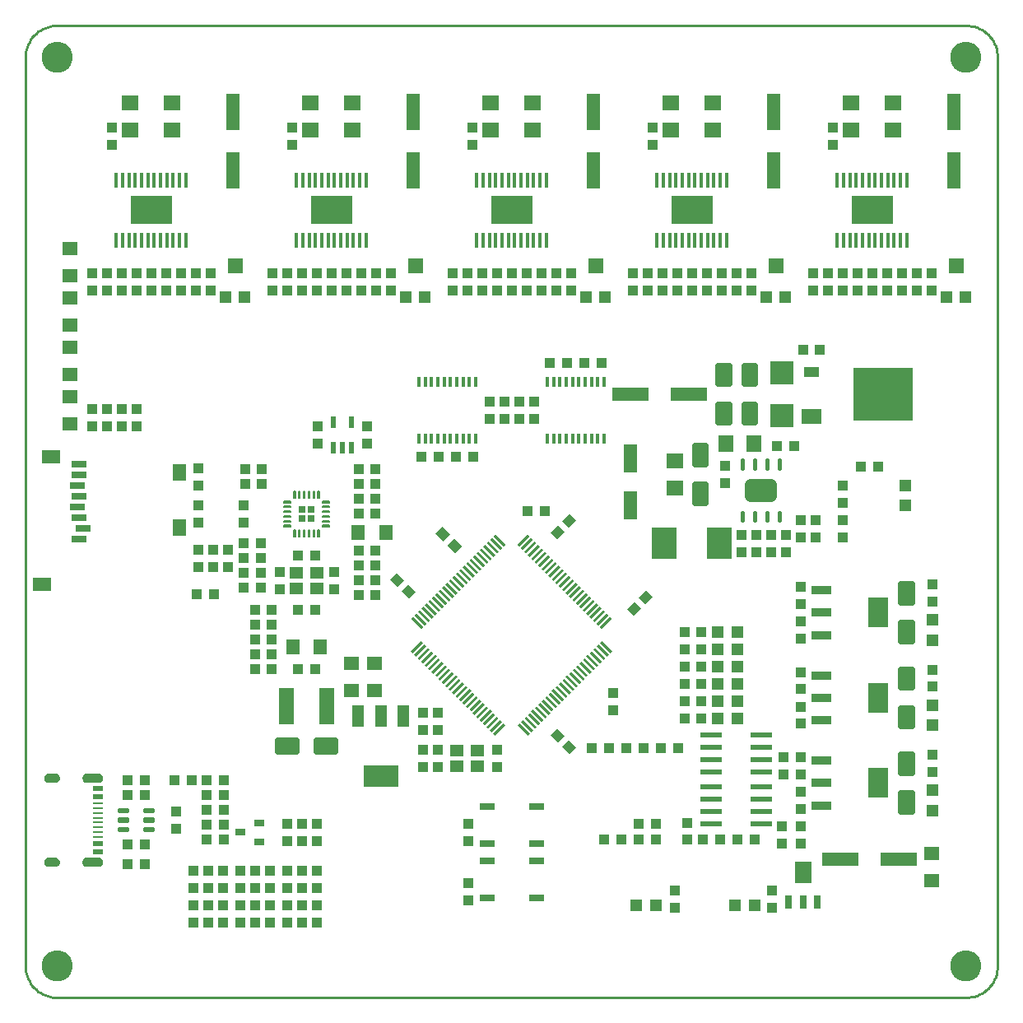
<source format=gbr>
G04 EAGLE Gerber RS-274X export*
G75*
%MOMM*%
%FSLAX34Y34*%
%LPD*%
%INGPT*%
%IPPOS*%
%AMOC8*
5,1,8,0,0,1.08239X$1,22.5*%
G01*
%ADD10R,2.095500X1.524000*%
%ADD11R,0.270000X1.500000*%
%ADD12R,1.500000X0.270000*%
%ADD13R,1.400000X1.200000*%
%ADD14R,1.000000X1.100000*%
%ADD15R,1.100000X1.000000*%
%ADD16R,1.600000X1.400000*%
%ADD17R,1.524000X0.762000*%
%ADD18R,1.200000X1.200000*%
%ADD19R,0.426000X1.650000*%
%ADD20R,4.320000X3.000000*%
%ADD21R,1.800000X1.600000*%
%ADD22R,0.304800X0.990600*%
%ADD23C,0.140000*%
%ADD24R,0.650000X0.650000*%
%ADD25R,1.400000X1.600000*%
%ADD26R,0.550000X1.200000*%
%ADD27R,1.219200X2.235200*%
%ADD28R,3.600000X2.200000*%
%ADD29R,3.800000X1.400000*%
%ADD30R,2.150000X0.950000*%
%ADD31R,2.150000X3.150000*%
%ADD32C,0.510000*%
%ADD33R,1.400000X3.800000*%
%ADD34R,1.400000X1.800000*%
%ADD35R,1.900000X1.400000*%
%ADD36R,1.500000X0.800000*%
%ADD37R,2.200000X0.600000*%
%ADD38R,0.800000X1.400000*%
%ADD39R,1.800000X2.200000*%
%ADD40R,6.200000X5.400000*%
%ADD41R,1.600000X1.000000*%
%ADD42R,2.400000X2.400000*%
%ADD43R,1.400000X3.000000*%
%ADD44R,1.000000X0.280000*%
%ADD45R,1.000000X0.560000*%
%ADD46C,0.363000*%
%ADD47R,1.016000X0.635000*%
%ADD48R,1.600000X1.500000*%
%ADD49R,1.500000X3.700000*%
%ADD50R,1.600000X1.800000*%
%ADD51C,0.250000*%
%ADD52C,1.200000*%
%ADD53R,2.500000X3.200000*%
%ADD54C,0.254000*%

G36*
X470073Y454133D02*
X470073Y454133D01*
X470103Y454141D01*
X470203Y454156D01*
X472769Y454844D01*
X472798Y454857D01*
X472894Y454889D01*
X475302Y456012D01*
X475328Y456030D01*
X475417Y456078D01*
X477593Y457602D01*
X477615Y457624D01*
X477694Y457687D01*
X479573Y459566D01*
X479591Y459591D01*
X479658Y459667D01*
X481182Y461843D01*
X481182Y461844D01*
X481186Y461851D01*
X481195Y461872D01*
X481248Y461958D01*
X482371Y464366D01*
X482379Y464396D01*
X482416Y464491D01*
X483104Y467057D01*
X483107Y467088D01*
X483127Y467187D01*
X483358Y469834D01*
X483356Y469865D01*
X483357Y469907D01*
X483359Y469924D01*
X483358Y469931D01*
X483358Y469966D01*
X483127Y472613D01*
X483119Y472643D01*
X483104Y472743D01*
X482416Y475309D01*
X482403Y475338D01*
X482371Y475434D01*
X481248Y477842D01*
X481230Y477868D01*
X481182Y477957D01*
X479658Y480133D01*
X479636Y480155D01*
X479573Y480234D01*
X477694Y482113D01*
X477669Y482131D01*
X477593Y482198D01*
X475417Y483722D01*
X475388Y483735D01*
X475302Y483788D01*
X472894Y484911D01*
X472864Y484919D01*
X472769Y484956D01*
X470203Y485644D01*
X470172Y485647D01*
X470073Y485667D01*
X467426Y485898D01*
X467395Y485896D01*
X467294Y485898D01*
X464647Y485667D01*
X464617Y485659D01*
X464517Y485644D01*
X461951Y484956D01*
X461922Y484943D01*
X461826Y484911D01*
X459418Y483788D01*
X459392Y483770D01*
X459303Y483722D01*
X457127Y482198D01*
X457105Y482176D01*
X457026Y482113D01*
X455147Y480234D01*
X455129Y480209D01*
X455062Y480133D01*
X453538Y477957D01*
X453525Y477929D01*
X453522Y477926D01*
X453518Y477918D01*
X453472Y477842D01*
X452349Y475434D01*
X452341Y475404D01*
X452304Y475309D01*
X451616Y472743D01*
X451613Y472712D01*
X451593Y472613D01*
X451362Y469966D01*
X451364Y469935D01*
X451362Y469855D01*
X451361Y469846D01*
X451362Y469842D01*
X451362Y469834D01*
X451593Y467187D01*
X451601Y467157D01*
X451616Y467057D01*
X452304Y464491D01*
X452317Y464462D01*
X452349Y464366D01*
X453472Y461958D01*
X453490Y461932D01*
X453538Y461843D01*
X455062Y459667D01*
X455084Y459645D01*
X455147Y459566D01*
X457026Y457687D01*
X457051Y457669D01*
X457127Y457602D01*
X459303Y456078D01*
X459332Y456065D01*
X459418Y456012D01*
X461826Y454889D01*
X461856Y454881D01*
X461951Y454844D01*
X464517Y454156D01*
X464548Y454153D01*
X464647Y454133D01*
X467294Y453902D01*
X467325Y453904D01*
X467426Y453902D01*
X470073Y454133D01*
G37*
G36*
X-464647Y454133D02*
X-464647Y454133D01*
X-464617Y454141D01*
X-464517Y454156D01*
X-461951Y454844D01*
X-461922Y454857D01*
X-461826Y454889D01*
X-459418Y456012D01*
X-459392Y456030D01*
X-459303Y456078D01*
X-457127Y457602D01*
X-457105Y457624D01*
X-457026Y457687D01*
X-455147Y459566D01*
X-455129Y459591D01*
X-455062Y459667D01*
X-453538Y461843D01*
X-453538Y461844D01*
X-453534Y461851D01*
X-453525Y461872D01*
X-453472Y461958D01*
X-452349Y464366D01*
X-452341Y464396D01*
X-452304Y464491D01*
X-451616Y467057D01*
X-451613Y467088D01*
X-451593Y467187D01*
X-451362Y469834D01*
X-451364Y469865D01*
X-451363Y469907D01*
X-451361Y469924D01*
X-451362Y469931D01*
X-451362Y469966D01*
X-451593Y472613D01*
X-451601Y472643D01*
X-451616Y472743D01*
X-452304Y475309D01*
X-452317Y475338D01*
X-452349Y475434D01*
X-453472Y477842D01*
X-453490Y477868D01*
X-453538Y477957D01*
X-455062Y480133D01*
X-455084Y480155D01*
X-455147Y480234D01*
X-457026Y482113D01*
X-457051Y482131D01*
X-457127Y482198D01*
X-459303Y483722D01*
X-459332Y483735D01*
X-459418Y483788D01*
X-461826Y484911D01*
X-461856Y484919D01*
X-461951Y484956D01*
X-464517Y485644D01*
X-464548Y485647D01*
X-464647Y485667D01*
X-467294Y485898D01*
X-467325Y485896D01*
X-467426Y485898D01*
X-470073Y485667D01*
X-470103Y485659D01*
X-470203Y485644D01*
X-472769Y484956D01*
X-472798Y484943D01*
X-472894Y484911D01*
X-475302Y483788D01*
X-475328Y483770D01*
X-475417Y483722D01*
X-477593Y482198D01*
X-477615Y482176D01*
X-477694Y482113D01*
X-479573Y480234D01*
X-479591Y480209D01*
X-479658Y480133D01*
X-481182Y477957D01*
X-481195Y477929D01*
X-481198Y477926D01*
X-481202Y477918D01*
X-481248Y477842D01*
X-482371Y475434D01*
X-482379Y475404D01*
X-482416Y475309D01*
X-483104Y472743D01*
X-483107Y472712D01*
X-483127Y472613D01*
X-483358Y469966D01*
X-483356Y469935D01*
X-483358Y469855D01*
X-483359Y469846D01*
X-483358Y469842D01*
X-483358Y469834D01*
X-483127Y467187D01*
X-483119Y467157D01*
X-483104Y467057D01*
X-482416Y464491D01*
X-482403Y464462D01*
X-482371Y464366D01*
X-481248Y461958D01*
X-481230Y461932D01*
X-481182Y461843D01*
X-479658Y459667D01*
X-479636Y459645D01*
X-479573Y459566D01*
X-477694Y457687D01*
X-477669Y457669D01*
X-477593Y457602D01*
X-475417Y456078D01*
X-475388Y456065D01*
X-475302Y456012D01*
X-472894Y454889D01*
X-472864Y454881D01*
X-472769Y454844D01*
X-470203Y454156D01*
X-470172Y454153D01*
X-470073Y454133D01*
X-467426Y453902D01*
X-467395Y453904D01*
X-467294Y453902D01*
X-464647Y454133D01*
G37*
G36*
X-464647Y-480587D02*
X-464647Y-480587D01*
X-464617Y-480579D01*
X-464517Y-480564D01*
X-461951Y-479876D01*
X-461922Y-479863D01*
X-461826Y-479831D01*
X-459418Y-478708D01*
X-459392Y-478690D01*
X-459303Y-478642D01*
X-457127Y-477118D01*
X-457105Y-477096D01*
X-457026Y-477033D01*
X-455147Y-475154D01*
X-455129Y-475129D01*
X-455062Y-475053D01*
X-453538Y-472877D01*
X-453538Y-472876D01*
X-453534Y-472869D01*
X-453525Y-472848D01*
X-453472Y-472762D01*
X-452349Y-470354D01*
X-452341Y-470324D01*
X-452304Y-470229D01*
X-451616Y-467663D01*
X-451613Y-467632D01*
X-451593Y-467533D01*
X-451362Y-464886D01*
X-451364Y-464855D01*
X-451363Y-464813D01*
X-451361Y-464796D01*
X-451362Y-464789D01*
X-451362Y-464754D01*
X-451593Y-462107D01*
X-451601Y-462077D01*
X-451616Y-461977D01*
X-452304Y-459411D01*
X-452317Y-459382D01*
X-452349Y-459286D01*
X-453472Y-456878D01*
X-453490Y-456852D01*
X-453538Y-456763D01*
X-455062Y-454587D01*
X-455084Y-454565D01*
X-455147Y-454486D01*
X-457026Y-452607D01*
X-457051Y-452589D01*
X-457127Y-452522D01*
X-459303Y-450998D01*
X-459332Y-450985D01*
X-459418Y-450932D01*
X-461826Y-449809D01*
X-461856Y-449801D01*
X-461951Y-449764D01*
X-464517Y-449076D01*
X-464548Y-449073D01*
X-464647Y-449053D01*
X-467294Y-448822D01*
X-467325Y-448824D01*
X-467426Y-448822D01*
X-470073Y-449053D01*
X-470103Y-449061D01*
X-470203Y-449076D01*
X-472769Y-449764D01*
X-472798Y-449777D01*
X-472894Y-449809D01*
X-475302Y-450932D01*
X-475328Y-450950D01*
X-475417Y-450998D01*
X-477593Y-452522D01*
X-477615Y-452544D01*
X-477694Y-452607D01*
X-479573Y-454486D01*
X-479591Y-454511D01*
X-479658Y-454587D01*
X-481182Y-456763D01*
X-481195Y-456791D01*
X-481198Y-456794D01*
X-481202Y-456802D01*
X-481248Y-456878D01*
X-482371Y-459286D01*
X-482379Y-459316D01*
X-482416Y-459411D01*
X-483104Y-461977D01*
X-483107Y-462008D01*
X-483127Y-462107D01*
X-483358Y-464754D01*
X-483356Y-464785D01*
X-483358Y-464865D01*
X-483359Y-464874D01*
X-483358Y-464878D01*
X-483358Y-464886D01*
X-483127Y-467533D01*
X-483119Y-467563D01*
X-483104Y-467663D01*
X-482416Y-470229D01*
X-482403Y-470258D01*
X-482371Y-470354D01*
X-481248Y-472762D01*
X-481230Y-472788D01*
X-481182Y-472877D01*
X-479658Y-475053D01*
X-479636Y-475075D01*
X-479573Y-475154D01*
X-477694Y-477033D01*
X-477669Y-477051D01*
X-477593Y-477118D01*
X-475417Y-478642D01*
X-475388Y-478655D01*
X-475302Y-478708D01*
X-472894Y-479831D01*
X-472864Y-479839D01*
X-472769Y-479876D01*
X-470203Y-480564D01*
X-470172Y-480567D01*
X-470073Y-480587D01*
X-467426Y-480818D01*
X-467395Y-480816D01*
X-467294Y-480818D01*
X-464647Y-480587D01*
G37*
G36*
X470073Y-480587D02*
X470073Y-480587D01*
X470103Y-480579D01*
X470203Y-480564D01*
X472769Y-479876D01*
X472798Y-479863D01*
X472894Y-479831D01*
X475302Y-478708D01*
X475328Y-478690D01*
X475417Y-478642D01*
X477593Y-477118D01*
X477615Y-477096D01*
X477694Y-477033D01*
X479573Y-475154D01*
X479591Y-475129D01*
X479658Y-475053D01*
X481182Y-472877D01*
X481182Y-472876D01*
X481186Y-472869D01*
X481195Y-472848D01*
X481248Y-472762D01*
X482371Y-470354D01*
X482379Y-470324D01*
X482416Y-470229D01*
X483104Y-467663D01*
X483107Y-467632D01*
X483127Y-467533D01*
X483358Y-464886D01*
X483356Y-464855D01*
X483357Y-464813D01*
X483359Y-464796D01*
X483358Y-464789D01*
X483358Y-464754D01*
X483127Y-462107D01*
X483119Y-462077D01*
X483104Y-461977D01*
X482416Y-459411D01*
X482403Y-459382D01*
X482371Y-459286D01*
X481248Y-456878D01*
X481230Y-456852D01*
X481182Y-456763D01*
X479658Y-454587D01*
X479636Y-454565D01*
X479573Y-454486D01*
X477694Y-452607D01*
X477669Y-452589D01*
X477593Y-452522D01*
X475417Y-450998D01*
X475388Y-450985D01*
X475302Y-450932D01*
X472894Y-449809D01*
X472864Y-449801D01*
X472769Y-449764D01*
X470203Y-449076D01*
X470172Y-449073D01*
X470073Y-449053D01*
X467426Y-448822D01*
X467395Y-448824D01*
X467294Y-448822D01*
X464647Y-449053D01*
X464617Y-449061D01*
X464517Y-449076D01*
X461951Y-449764D01*
X461922Y-449777D01*
X461826Y-449809D01*
X459418Y-450932D01*
X459392Y-450950D01*
X459303Y-450998D01*
X457127Y-452522D01*
X457105Y-452544D01*
X457026Y-452607D01*
X455147Y-454486D01*
X455129Y-454511D01*
X455062Y-454587D01*
X453538Y-456763D01*
X453525Y-456791D01*
X453522Y-456794D01*
X453518Y-456802D01*
X453472Y-456878D01*
X452349Y-459286D01*
X452341Y-459316D01*
X452304Y-459411D01*
X451616Y-461977D01*
X451613Y-462008D01*
X451593Y-462107D01*
X451362Y-464754D01*
X451364Y-464785D01*
X451362Y-464865D01*
X451361Y-464874D01*
X451362Y-464878D01*
X451362Y-464886D01*
X451593Y-467533D01*
X451601Y-467563D01*
X451616Y-467663D01*
X452304Y-470229D01*
X452317Y-470258D01*
X452349Y-470354D01*
X453472Y-472762D01*
X453490Y-472788D01*
X453538Y-472877D01*
X455062Y-475053D01*
X455084Y-475075D01*
X455147Y-475154D01*
X457026Y-477033D01*
X457051Y-477051D01*
X457127Y-477118D01*
X459303Y-478642D01*
X459332Y-478655D01*
X459418Y-478708D01*
X461826Y-479831D01*
X461856Y-479839D01*
X461951Y-479876D01*
X464517Y-480564D01*
X464548Y-480567D01*
X464647Y-480587D01*
X467294Y-480818D01*
X467325Y-480816D01*
X467426Y-480818D01*
X470073Y-480587D01*
G37*
G36*
X-424835Y-363206D02*
X-424835Y-363206D01*
X-424832Y-363209D01*
X-423737Y-363029D01*
X-423731Y-363023D01*
X-423726Y-363026D01*
X-422698Y-362607D01*
X-422694Y-362600D01*
X-422689Y-362602D01*
X-421780Y-361965D01*
X-421778Y-361957D01*
X-421772Y-361957D01*
X-421028Y-361134D01*
X-421027Y-361126D01*
X-421021Y-361125D01*
X-420479Y-360157D01*
X-420480Y-360148D01*
X-420474Y-360146D01*
X-420161Y-359082D01*
X-420164Y-359074D01*
X-420159Y-359071D01*
X-420091Y-357963D01*
X-420095Y-357957D01*
X-420091Y-357953D01*
X-420261Y-356845D01*
X-420267Y-356839D01*
X-420264Y-356834D01*
X-420676Y-355792D01*
X-420683Y-355788D01*
X-420681Y-355783D01*
X-421315Y-354858D01*
X-421323Y-354856D01*
X-421322Y-354850D01*
X-422146Y-354090D01*
X-422154Y-354089D01*
X-422154Y-354083D01*
X-423126Y-353526D01*
X-423134Y-353527D01*
X-423136Y-353521D01*
X-424208Y-353194D01*
X-424216Y-353197D01*
X-424219Y-353192D01*
X-425336Y-353111D01*
X-425339Y-353112D01*
X-425340Y-353111D01*
X-437340Y-353111D01*
X-437343Y-353113D01*
X-437350Y-353113D01*
X-437351Y-353112D01*
X-438295Y-353331D01*
X-438301Y-353337D01*
X-438306Y-353335D01*
X-439178Y-353759D01*
X-439181Y-353766D01*
X-439187Y-353764D01*
X-439943Y-354371D01*
X-439945Y-354379D01*
X-439951Y-354379D01*
X-440552Y-355139D01*
X-440552Y-355148D01*
X-440558Y-355149D01*
X-440976Y-356024D01*
X-440974Y-356032D01*
X-440979Y-356034D01*
X-441192Y-356980D01*
X-441188Y-356987D01*
X-441193Y-356991D01*
X-441189Y-357960D01*
X-441189Y-357961D01*
X-441170Y-359029D01*
X-441165Y-359036D01*
X-441169Y-359040D01*
X-440913Y-360077D01*
X-440906Y-360082D01*
X-440909Y-360088D01*
X-440428Y-361042D01*
X-440421Y-361046D01*
X-440422Y-361051D01*
X-439741Y-361875D01*
X-439733Y-361876D01*
X-439733Y-361882D01*
X-438886Y-362533D01*
X-438878Y-362533D01*
X-438877Y-362539D01*
X-437906Y-362986D01*
X-437898Y-362984D01*
X-437896Y-362989D01*
X-436850Y-363208D01*
X-436843Y-363205D01*
X-436840Y-363209D01*
X-424840Y-363209D01*
X-424835Y-363206D01*
G37*
G36*
X-424835Y-276805D02*
X-424835Y-276805D01*
X-424832Y-276809D01*
X-423726Y-276616D01*
X-423721Y-276611D01*
X-423721Y-276610D01*
X-423716Y-276613D01*
X-422681Y-276180D01*
X-422677Y-276173D01*
X-422672Y-276175D01*
X-421759Y-275522D01*
X-421757Y-275514D01*
X-421751Y-275515D01*
X-421007Y-274676D01*
X-421006Y-274667D01*
X-421001Y-274667D01*
X-420462Y-273683D01*
X-420463Y-273675D01*
X-420462Y-273674D01*
X-420458Y-273673D01*
X-420457Y-273671D01*
X-420275Y-273030D01*
X-420151Y-272594D01*
X-420153Y-272589D01*
X-420151Y-272587D01*
X-420153Y-272585D01*
X-420149Y-272583D01*
X-420091Y-271463D01*
X-420094Y-271458D01*
X-420091Y-271455D01*
X-420209Y-270409D01*
X-420215Y-270403D01*
X-420211Y-270398D01*
X-420559Y-269404D01*
X-420566Y-269400D01*
X-420564Y-269395D01*
X-421124Y-268503D01*
X-421131Y-268501D01*
X-421131Y-268495D01*
X-421875Y-267751D01*
X-421883Y-267749D01*
X-421883Y-267744D01*
X-422775Y-267184D01*
X-422783Y-267184D01*
X-422784Y-267179D01*
X-423778Y-266831D01*
X-423786Y-266834D01*
X-423789Y-266829D01*
X-424835Y-266711D01*
X-424838Y-266713D01*
X-424840Y-266711D01*
X-436840Y-266711D01*
X-436843Y-266713D01*
X-436846Y-266713D01*
X-436848Y-266711D01*
X-437844Y-266869D01*
X-437850Y-266875D01*
X-437855Y-266872D01*
X-438791Y-267247D01*
X-438795Y-267254D01*
X-438801Y-267252D01*
X-439630Y-267826D01*
X-439633Y-267834D01*
X-439638Y-267833D01*
X-440319Y-268577D01*
X-440320Y-268586D01*
X-440326Y-268586D01*
X-440824Y-269463D01*
X-440823Y-269472D01*
X-440828Y-269474D01*
X-441016Y-270098D01*
X-441119Y-270439D01*
X-441118Y-270442D01*
X-441119Y-270443D01*
X-441116Y-270447D01*
X-441121Y-270450D01*
X-441189Y-271457D01*
X-441188Y-271459D01*
X-441189Y-271460D01*
X-441180Y-272541D01*
X-441175Y-272548D01*
X-441179Y-272552D01*
X-440930Y-273604D01*
X-440923Y-273609D01*
X-440926Y-273614D01*
X-440449Y-274584D01*
X-440441Y-274587D01*
X-440443Y-274593D01*
X-439762Y-275432D01*
X-439754Y-275434D01*
X-439754Y-275440D01*
X-438904Y-276106D01*
X-438895Y-276107D01*
X-438894Y-276112D01*
X-437917Y-276573D01*
X-437909Y-276571D01*
X-437906Y-276577D01*
X-436851Y-276808D01*
X-436843Y-276805D01*
X-436840Y-276809D01*
X-424840Y-276809D01*
X-424835Y-276805D01*
G37*
G36*
X-469636Y-363206D02*
X-469636Y-363206D01*
X-469634Y-363209D01*
X-468501Y-363059D01*
X-468495Y-363053D01*
X-468490Y-363056D01*
X-467420Y-362658D01*
X-467416Y-362651D01*
X-467410Y-362653D01*
X-466455Y-362026D01*
X-466452Y-362018D01*
X-466447Y-362019D01*
X-465655Y-361196D01*
X-465654Y-361188D01*
X-465648Y-361187D01*
X-465059Y-360208D01*
X-465060Y-360200D01*
X-465055Y-360198D01*
X-464699Y-359113D01*
X-464702Y-359105D01*
X-464697Y-359102D01*
X-464591Y-357965D01*
X-464596Y-357956D01*
X-464592Y-357951D01*
X-464799Y-356814D01*
X-464805Y-356808D01*
X-464802Y-356803D01*
X-465257Y-355741D01*
X-465264Y-355737D01*
X-465262Y-355731D01*
X-465942Y-354796D01*
X-465950Y-354794D01*
X-465949Y-354788D01*
X-466820Y-354028D01*
X-466828Y-354028D01*
X-466829Y-354022D01*
X-467848Y-353475D01*
X-467856Y-353476D01*
X-467858Y-353471D01*
X-468972Y-353164D01*
X-468980Y-353167D01*
X-468983Y-353162D01*
X-470138Y-353111D01*
X-470139Y-353112D01*
X-470140Y-353111D01*
X-476140Y-353111D01*
X-476143Y-353113D01*
X-476148Y-353113D01*
X-476149Y-353112D01*
X-477230Y-353324D01*
X-477235Y-353330D01*
X-477240Y-353327D01*
X-478246Y-353774D01*
X-478250Y-353781D01*
X-478256Y-353779D01*
X-479137Y-354439D01*
X-479140Y-354447D01*
X-479145Y-354447D01*
X-479858Y-355286D01*
X-479858Y-355294D01*
X-479864Y-355295D01*
X-480372Y-356272D01*
X-480371Y-356280D01*
X-480376Y-356282D01*
X-480654Y-357347D01*
X-480651Y-357355D01*
X-480655Y-357358D01*
X-480689Y-358459D01*
X-480686Y-358464D01*
X-480689Y-358467D01*
X-480534Y-359543D01*
X-480528Y-359548D01*
X-480531Y-359553D01*
X-480141Y-360567D01*
X-480134Y-360571D01*
X-480136Y-360577D01*
X-479529Y-361479D01*
X-479521Y-361481D01*
X-479522Y-361487D01*
X-478730Y-362231D01*
X-478722Y-362232D01*
X-478722Y-362238D01*
X-477784Y-362787D01*
X-477776Y-362786D01*
X-477774Y-362792D01*
X-476738Y-363119D01*
X-476730Y-363116D01*
X-476727Y-363121D01*
X-475644Y-363209D01*
X-475641Y-363207D01*
X-475640Y-363209D01*
X-469640Y-363209D01*
X-469636Y-363206D01*
G37*
G36*
X-469637Y-276807D02*
X-469637Y-276807D01*
X-469636Y-276809D01*
X-468543Y-276708D01*
X-468537Y-276703D01*
X-468532Y-276706D01*
X-467489Y-276365D01*
X-467484Y-276358D01*
X-467479Y-276360D01*
X-466538Y-275796D01*
X-466535Y-275788D01*
X-466529Y-275789D01*
X-465737Y-275029D01*
X-465736Y-275021D01*
X-465730Y-275020D01*
X-465128Y-274103D01*
X-465128Y-274095D01*
X-465123Y-274093D01*
X-464739Y-273065D01*
X-464741Y-273057D01*
X-464736Y-273054D01*
X-464591Y-271967D01*
X-464595Y-271959D01*
X-464591Y-271955D01*
X-464697Y-270818D01*
X-464702Y-270812D01*
X-464699Y-270807D01*
X-465055Y-269722D01*
X-465062Y-269717D01*
X-465059Y-269712D01*
X-465648Y-268733D01*
X-465656Y-268730D01*
X-465655Y-268724D01*
X-466447Y-267901D01*
X-466455Y-267900D01*
X-466455Y-267894D01*
X-467410Y-267267D01*
X-467418Y-267268D01*
X-467420Y-267262D01*
X-468490Y-266864D01*
X-468498Y-266866D01*
X-468501Y-266861D01*
X-469634Y-266711D01*
X-469637Y-266713D01*
X-469638Y-266713D01*
X-469640Y-266711D01*
X-475640Y-266711D01*
X-475643Y-266713D01*
X-475645Y-266713D01*
X-475646Y-266711D01*
X-476779Y-266861D01*
X-476785Y-266867D01*
X-476790Y-266864D01*
X-477860Y-267262D01*
X-477864Y-267269D01*
X-477870Y-267267D01*
X-478825Y-267894D01*
X-478828Y-267902D01*
X-478833Y-267901D01*
X-479625Y-268724D01*
X-479626Y-268732D01*
X-479632Y-268733D01*
X-480221Y-269712D01*
X-480220Y-269720D01*
X-480225Y-269722D01*
X-480581Y-270807D01*
X-480579Y-270815D01*
X-480583Y-270818D01*
X-480689Y-271955D01*
X-480685Y-271962D01*
X-480689Y-271967D01*
X-480544Y-273054D01*
X-480538Y-273060D01*
X-480541Y-273065D01*
X-480158Y-274093D01*
X-480151Y-274098D01*
X-480153Y-274103D01*
X-479550Y-275020D01*
X-479542Y-275023D01*
X-479543Y-275029D01*
X-478751Y-275789D01*
X-478743Y-275790D01*
X-478742Y-275796D01*
X-477801Y-276360D01*
X-477793Y-276359D01*
X-477791Y-276365D01*
X-476748Y-276706D01*
X-476740Y-276704D01*
X-476737Y-276708D01*
X-475645Y-276809D01*
X-475642Y-276807D01*
X-475640Y-276809D01*
X-469640Y-276809D01*
X-469637Y-276807D01*
G37*
D10*
X308928Y100330D03*
D11*
G36*
X8026Y-33490D02*
X6117Y-31581D01*
X16722Y-20976D01*
X18631Y-22885D01*
X8026Y-33490D01*
G37*
G36*
X11562Y-37025D02*
X9653Y-35116D01*
X20258Y-24511D01*
X22167Y-26420D01*
X11562Y-37025D01*
G37*
G36*
X15097Y-40561D02*
X13188Y-38652D01*
X23793Y-28047D01*
X25702Y-29956D01*
X15097Y-40561D01*
G37*
G36*
X18633Y-44096D02*
X16724Y-42187D01*
X27329Y-31582D01*
X29238Y-33491D01*
X18633Y-44096D01*
G37*
G36*
X22169Y-47632D02*
X20260Y-45723D01*
X30865Y-35118D01*
X32774Y-37027D01*
X22169Y-47632D01*
G37*
G36*
X25704Y-51167D02*
X23795Y-49258D01*
X34400Y-38653D01*
X36309Y-40562D01*
X25704Y-51167D01*
G37*
G36*
X29240Y-54703D02*
X27331Y-52794D01*
X37936Y-42189D01*
X39845Y-44098D01*
X29240Y-54703D01*
G37*
G36*
X32775Y-58239D02*
X30866Y-56330D01*
X41471Y-45725D01*
X43380Y-47634D01*
X32775Y-58239D01*
G37*
G36*
X36311Y-61774D02*
X34402Y-59865D01*
X45007Y-49260D01*
X46916Y-51169D01*
X36311Y-61774D01*
G37*
G36*
X39846Y-65310D02*
X37937Y-63401D01*
X48542Y-52796D01*
X50451Y-54705D01*
X39846Y-65310D01*
G37*
G36*
X43382Y-68845D02*
X41473Y-66936D01*
X52078Y-56331D01*
X53987Y-58240D01*
X43382Y-68845D01*
G37*
G36*
X46917Y-72381D02*
X45008Y-70472D01*
X55613Y-59867D01*
X57522Y-61776D01*
X46917Y-72381D01*
G37*
G36*
X50453Y-75916D02*
X48544Y-74007D01*
X59149Y-63402D01*
X61058Y-65311D01*
X50453Y-75916D01*
G37*
G36*
X53988Y-79452D02*
X52079Y-77543D01*
X62684Y-66938D01*
X64593Y-68847D01*
X53988Y-79452D01*
G37*
G36*
X57524Y-82987D02*
X55615Y-81078D01*
X66220Y-70473D01*
X68129Y-72382D01*
X57524Y-82987D01*
G37*
G36*
X61059Y-86523D02*
X59150Y-84614D01*
X69755Y-74009D01*
X71664Y-75918D01*
X61059Y-86523D01*
G37*
G36*
X64595Y-90058D02*
X62686Y-88149D01*
X73291Y-77544D01*
X75200Y-79453D01*
X64595Y-90058D01*
G37*
G36*
X68130Y-93594D02*
X66221Y-91685D01*
X76826Y-81080D01*
X78735Y-82989D01*
X68130Y-93594D01*
G37*
G36*
X71666Y-97129D02*
X69757Y-95220D01*
X80362Y-84615D01*
X82271Y-86524D01*
X71666Y-97129D01*
G37*
G36*
X75202Y-100665D02*
X73293Y-98756D01*
X83898Y-88151D01*
X85807Y-90060D01*
X75202Y-100665D01*
G37*
G36*
X78737Y-104200D02*
X76828Y-102291D01*
X87433Y-91686D01*
X89342Y-93595D01*
X78737Y-104200D01*
G37*
G36*
X82273Y-107736D02*
X80364Y-105827D01*
X90969Y-95222D01*
X92878Y-97131D01*
X82273Y-107736D01*
G37*
G36*
X85808Y-111272D02*
X83899Y-109363D01*
X94504Y-98758D01*
X96413Y-100667D01*
X85808Y-111272D01*
G37*
G36*
X89344Y-114807D02*
X87435Y-112898D01*
X98040Y-102293D01*
X99949Y-104202D01*
X89344Y-114807D01*
G37*
G36*
X92879Y-118343D02*
X90970Y-116434D01*
X101575Y-105829D01*
X103484Y-107738D01*
X92879Y-118343D01*
G37*
G36*
X-101575Y-143091D02*
X-103484Y-141182D01*
X-92879Y-130577D01*
X-90970Y-132486D01*
X-101575Y-143091D01*
G37*
G36*
X-98040Y-146627D02*
X-99949Y-144718D01*
X-89344Y-134113D01*
X-87435Y-136022D01*
X-98040Y-146627D01*
G37*
G36*
X-94504Y-150162D02*
X-96413Y-148253D01*
X-85808Y-137648D01*
X-83899Y-139557D01*
X-94504Y-150162D01*
G37*
G36*
X-90969Y-153698D02*
X-92878Y-151789D01*
X-82273Y-141184D01*
X-80364Y-143093D01*
X-90969Y-153698D01*
G37*
G36*
X-87433Y-157234D02*
X-89342Y-155325D01*
X-78737Y-144720D01*
X-76828Y-146629D01*
X-87433Y-157234D01*
G37*
G36*
X-83898Y-160769D02*
X-85807Y-158860D01*
X-75202Y-148255D01*
X-73293Y-150164D01*
X-83898Y-160769D01*
G37*
G36*
X-80362Y-164305D02*
X-82271Y-162396D01*
X-71666Y-151791D01*
X-69757Y-153700D01*
X-80362Y-164305D01*
G37*
G36*
X-76826Y-167840D02*
X-78735Y-165931D01*
X-68130Y-155326D01*
X-66221Y-157235D01*
X-76826Y-167840D01*
G37*
G36*
X-73291Y-171376D02*
X-75200Y-169467D01*
X-64595Y-158862D01*
X-62686Y-160771D01*
X-73291Y-171376D01*
G37*
G36*
X-69755Y-174911D02*
X-71664Y-173002D01*
X-61059Y-162397D01*
X-59150Y-164306D01*
X-69755Y-174911D01*
G37*
G36*
X-66220Y-178447D02*
X-68129Y-176538D01*
X-57524Y-165933D01*
X-55615Y-167842D01*
X-66220Y-178447D01*
G37*
G36*
X-62684Y-181982D02*
X-64593Y-180073D01*
X-53988Y-169468D01*
X-52079Y-171377D01*
X-62684Y-181982D01*
G37*
G36*
X-59149Y-185518D02*
X-61058Y-183609D01*
X-50453Y-173004D01*
X-48544Y-174913D01*
X-59149Y-185518D01*
G37*
G36*
X-55613Y-189053D02*
X-57522Y-187144D01*
X-46917Y-176539D01*
X-45008Y-178448D01*
X-55613Y-189053D01*
G37*
G36*
X-52078Y-192589D02*
X-53987Y-190680D01*
X-43382Y-180075D01*
X-41473Y-181984D01*
X-52078Y-192589D01*
G37*
G36*
X-48542Y-196124D02*
X-50451Y-194215D01*
X-39846Y-183610D01*
X-37937Y-185519D01*
X-48542Y-196124D01*
G37*
G36*
X-45007Y-199660D02*
X-46916Y-197751D01*
X-36311Y-187146D01*
X-34402Y-189055D01*
X-45007Y-199660D01*
G37*
G36*
X-41471Y-203195D02*
X-43380Y-201286D01*
X-32775Y-190681D01*
X-30866Y-192590D01*
X-41471Y-203195D01*
G37*
G36*
X-37936Y-206731D02*
X-39845Y-204822D01*
X-29240Y-194217D01*
X-27331Y-196126D01*
X-37936Y-206731D01*
G37*
G36*
X-34400Y-210267D02*
X-36309Y-208358D01*
X-25704Y-197753D01*
X-23795Y-199662D01*
X-34400Y-210267D01*
G37*
G36*
X-30865Y-213802D02*
X-32774Y-211893D01*
X-22169Y-201288D01*
X-20260Y-203197D01*
X-30865Y-213802D01*
G37*
G36*
X-27329Y-217338D02*
X-29238Y-215429D01*
X-18633Y-204824D01*
X-16724Y-206733D01*
X-27329Y-217338D01*
G37*
G36*
X-23793Y-220873D02*
X-25702Y-218964D01*
X-15097Y-208359D01*
X-13188Y-210268D01*
X-23793Y-220873D01*
G37*
G36*
X-20258Y-224409D02*
X-22167Y-222500D01*
X-11562Y-211895D01*
X-9653Y-213804D01*
X-20258Y-224409D01*
G37*
G36*
X-16722Y-227944D02*
X-18631Y-226035D01*
X-8026Y-215430D01*
X-6117Y-217339D01*
X-16722Y-227944D01*
G37*
D12*
G36*
X16722Y-227944D02*
X6117Y-217339D01*
X8026Y-215430D01*
X18631Y-226035D01*
X16722Y-227944D01*
G37*
G36*
X20258Y-224409D02*
X9653Y-213804D01*
X11562Y-211895D01*
X22167Y-222500D01*
X20258Y-224409D01*
G37*
G36*
X23793Y-220873D02*
X13188Y-210268D01*
X15097Y-208359D01*
X25702Y-218964D01*
X23793Y-220873D01*
G37*
G36*
X27329Y-217338D02*
X16724Y-206733D01*
X18633Y-204824D01*
X29238Y-215429D01*
X27329Y-217338D01*
G37*
G36*
X30865Y-213802D02*
X20260Y-203197D01*
X22169Y-201288D01*
X32774Y-211893D01*
X30865Y-213802D01*
G37*
G36*
X34400Y-210267D02*
X23795Y-199662D01*
X25704Y-197753D01*
X36309Y-208358D01*
X34400Y-210267D01*
G37*
G36*
X37936Y-206731D02*
X27331Y-196126D01*
X29240Y-194217D01*
X39845Y-204822D01*
X37936Y-206731D01*
G37*
G36*
X41471Y-203195D02*
X30866Y-192590D01*
X32775Y-190681D01*
X43380Y-201286D01*
X41471Y-203195D01*
G37*
G36*
X45007Y-199660D02*
X34402Y-189055D01*
X36311Y-187146D01*
X46916Y-197751D01*
X45007Y-199660D01*
G37*
G36*
X48542Y-196124D02*
X37937Y-185519D01*
X39846Y-183610D01*
X50451Y-194215D01*
X48542Y-196124D01*
G37*
G36*
X52078Y-192589D02*
X41473Y-181984D01*
X43382Y-180075D01*
X53987Y-190680D01*
X52078Y-192589D01*
G37*
G36*
X55613Y-189053D02*
X45008Y-178448D01*
X46917Y-176539D01*
X57522Y-187144D01*
X55613Y-189053D01*
G37*
G36*
X59149Y-185518D02*
X48544Y-174913D01*
X50453Y-173004D01*
X61058Y-183609D01*
X59149Y-185518D01*
G37*
G36*
X62684Y-181982D02*
X52079Y-171377D01*
X53988Y-169468D01*
X64593Y-180073D01*
X62684Y-181982D01*
G37*
G36*
X66220Y-178447D02*
X55615Y-167842D01*
X57524Y-165933D01*
X68129Y-176538D01*
X66220Y-178447D01*
G37*
G36*
X69755Y-174911D02*
X59150Y-164306D01*
X61059Y-162397D01*
X71664Y-173002D01*
X69755Y-174911D01*
G37*
G36*
X73291Y-171376D02*
X62686Y-160771D01*
X64595Y-158862D01*
X75200Y-169467D01*
X73291Y-171376D01*
G37*
G36*
X76826Y-167840D02*
X66221Y-157235D01*
X68130Y-155326D01*
X78735Y-165931D01*
X76826Y-167840D01*
G37*
G36*
X80362Y-164305D02*
X69757Y-153700D01*
X71666Y-151791D01*
X82271Y-162396D01*
X80362Y-164305D01*
G37*
G36*
X83898Y-160769D02*
X73293Y-150164D01*
X75202Y-148255D01*
X85807Y-158860D01*
X83898Y-160769D01*
G37*
G36*
X87433Y-157234D02*
X76828Y-146629D01*
X78737Y-144720D01*
X89342Y-155325D01*
X87433Y-157234D01*
G37*
G36*
X90969Y-153698D02*
X80364Y-143093D01*
X82273Y-141184D01*
X92878Y-151789D01*
X90969Y-153698D01*
G37*
G36*
X94504Y-150162D02*
X83899Y-139557D01*
X85808Y-137648D01*
X96413Y-148253D01*
X94504Y-150162D01*
G37*
G36*
X98040Y-146627D02*
X87435Y-136022D01*
X89344Y-134113D01*
X99949Y-144718D01*
X98040Y-146627D01*
G37*
G36*
X101575Y-143091D02*
X90970Y-132486D01*
X92879Y-130577D01*
X103484Y-141182D01*
X101575Y-143091D01*
G37*
G36*
X-8026Y-33490D02*
X-18631Y-22885D01*
X-16722Y-20976D01*
X-6117Y-31581D01*
X-8026Y-33490D01*
G37*
G36*
X-11562Y-37025D02*
X-22167Y-26420D01*
X-20258Y-24511D01*
X-9653Y-35116D01*
X-11562Y-37025D01*
G37*
G36*
X-15097Y-40561D02*
X-25702Y-29956D01*
X-23793Y-28047D01*
X-13188Y-38652D01*
X-15097Y-40561D01*
G37*
G36*
X-18633Y-44096D02*
X-29238Y-33491D01*
X-27329Y-31582D01*
X-16724Y-42187D01*
X-18633Y-44096D01*
G37*
G36*
X-22169Y-47632D02*
X-32774Y-37027D01*
X-30865Y-35118D01*
X-20260Y-45723D01*
X-22169Y-47632D01*
G37*
G36*
X-25704Y-51167D02*
X-36309Y-40562D01*
X-34400Y-38653D01*
X-23795Y-49258D01*
X-25704Y-51167D01*
G37*
G36*
X-29240Y-54703D02*
X-39845Y-44098D01*
X-37936Y-42189D01*
X-27331Y-52794D01*
X-29240Y-54703D01*
G37*
G36*
X-32775Y-58239D02*
X-43380Y-47634D01*
X-41471Y-45725D01*
X-30866Y-56330D01*
X-32775Y-58239D01*
G37*
G36*
X-36311Y-61774D02*
X-46916Y-51169D01*
X-45007Y-49260D01*
X-34402Y-59865D01*
X-36311Y-61774D01*
G37*
G36*
X-39846Y-65310D02*
X-50451Y-54705D01*
X-48542Y-52796D01*
X-37937Y-63401D01*
X-39846Y-65310D01*
G37*
G36*
X-43382Y-68845D02*
X-53987Y-58240D01*
X-52078Y-56331D01*
X-41473Y-66936D01*
X-43382Y-68845D01*
G37*
G36*
X-46917Y-72381D02*
X-57522Y-61776D01*
X-55613Y-59867D01*
X-45008Y-70472D01*
X-46917Y-72381D01*
G37*
G36*
X-50453Y-75916D02*
X-61058Y-65311D01*
X-59149Y-63402D01*
X-48544Y-74007D01*
X-50453Y-75916D01*
G37*
G36*
X-53988Y-79452D02*
X-64593Y-68847D01*
X-62684Y-66938D01*
X-52079Y-77543D01*
X-53988Y-79452D01*
G37*
G36*
X-57524Y-82987D02*
X-68129Y-72382D01*
X-66220Y-70473D01*
X-55615Y-81078D01*
X-57524Y-82987D01*
G37*
G36*
X-61059Y-86523D02*
X-71664Y-75918D01*
X-69755Y-74009D01*
X-59150Y-84614D01*
X-61059Y-86523D01*
G37*
G36*
X-64595Y-90058D02*
X-75200Y-79453D01*
X-73291Y-77544D01*
X-62686Y-88149D01*
X-64595Y-90058D01*
G37*
G36*
X-68130Y-93594D02*
X-78735Y-82989D01*
X-76826Y-81080D01*
X-66221Y-91685D01*
X-68130Y-93594D01*
G37*
G36*
X-71666Y-97129D02*
X-82271Y-86524D01*
X-80362Y-84615D01*
X-69757Y-95220D01*
X-71666Y-97129D01*
G37*
G36*
X-75202Y-100665D02*
X-85807Y-90060D01*
X-83898Y-88151D01*
X-73293Y-98756D01*
X-75202Y-100665D01*
G37*
G36*
X-78737Y-104200D02*
X-89342Y-93595D01*
X-87433Y-91686D01*
X-76828Y-102291D01*
X-78737Y-104200D01*
G37*
G36*
X-82273Y-107736D02*
X-92878Y-97131D01*
X-90969Y-95222D01*
X-80364Y-105827D01*
X-82273Y-107736D01*
G37*
G36*
X-85808Y-111272D02*
X-96413Y-100667D01*
X-94504Y-98758D01*
X-83899Y-109363D01*
X-85808Y-111272D01*
G37*
G36*
X-89344Y-114807D02*
X-99949Y-104202D01*
X-98040Y-102293D01*
X-87435Y-112898D01*
X-89344Y-114807D01*
G37*
G36*
X-92879Y-118343D02*
X-103484Y-107738D01*
X-101575Y-105829D01*
X-90970Y-116434D01*
X-92879Y-118343D01*
G37*
D13*
X-34720Y-259460D03*
X-56720Y-259460D03*
X-34720Y-243460D03*
X-56720Y-243460D03*
D14*
X-76200Y-259960D03*
X-76200Y-242960D03*
X-15240Y-242960D03*
X-15240Y-259960D03*
D15*
G36*
X130666Y-85783D02*
X138443Y-78006D01*
X145514Y-85077D01*
X137737Y-92854D01*
X130666Y-85783D01*
G37*
G36*
X118646Y-97803D02*
X126423Y-90026D01*
X133494Y-97097D01*
X125717Y-104874D01*
X118646Y-97803D01*
G37*
D14*
X104140Y-201540D03*
X104140Y-184540D03*
D15*
G36*
X58997Y-232266D02*
X66774Y-240043D01*
X59703Y-247114D01*
X51926Y-239337D01*
X58997Y-232266D01*
G37*
G36*
X46977Y-220246D02*
X54754Y-228023D01*
X47683Y-235094D01*
X39906Y-227317D01*
X46977Y-220246D01*
G37*
G36*
X-117417Y-75074D02*
X-125194Y-67297D01*
X-118123Y-60226D01*
X-110346Y-68003D01*
X-117417Y-75074D01*
G37*
G36*
X-105397Y-87094D02*
X-113174Y-79317D01*
X-106103Y-72246D01*
X-98326Y-80023D01*
X-105397Y-87094D01*
G37*
G36*
X-70427Y-28084D02*
X-78204Y-20307D01*
X-71133Y-13236D01*
X-63356Y-21013D01*
X-70427Y-28084D01*
G37*
G36*
X-58407Y-40104D02*
X-66184Y-32327D01*
X-59113Y-25256D01*
X-51336Y-33033D01*
X-58407Y-40104D01*
G37*
D14*
X-91440Y-259960D03*
X-91440Y-242960D03*
D16*
X-140970Y-153640D03*
X-140970Y-181640D03*
D14*
X-76200Y-204860D03*
X-76200Y-221860D03*
X-44450Y-397120D03*
X-44450Y-380120D03*
D15*
X-313300Y-304800D03*
X-296300Y-304800D03*
X-313300Y-289560D03*
X-296300Y-289560D03*
X-313300Y-274320D03*
X-296300Y-274320D03*
X-296300Y-320040D03*
X-313300Y-320040D03*
D14*
X-292100Y-37220D03*
X-292100Y-54220D03*
X-44450Y-319160D03*
X-44450Y-336160D03*
D15*
X82940Y-241300D03*
X99940Y-241300D03*
X118500Y-241300D03*
X135500Y-241300D03*
D17*
X-25400Y-356870D03*
X25400Y-356870D03*
X-25400Y-394970D03*
X25400Y-394970D03*
D18*
X232750Y-210820D03*
X211750Y-210820D03*
X232750Y-193040D03*
X211750Y-193040D03*
X232750Y-175260D03*
X211750Y-175260D03*
X232750Y-157480D03*
X211750Y-157480D03*
D15*
X195190Y-210820D03*
X178190Y-210820D03*
X195190Y-193040D03*
X178190Y-193040D03*
X195190Y-175260D03*
X178190Y-175260D03*
X195190Y-157480D03*
X178190Y-157480D03*
D14*
X-200660Y-336160D03*
X-200660Y-319160D03*
X-215900Y-319160D03*
X-215900Y-336160D03*
X-322580Y-54220D03*
X-322580Y-37220D03*
X-322580Y29600D03*
X-322580Y46600D03*
X-307340Y-54220D03*
X-307340Y-37220D03*
D17*
X25400Y-339090D03*
X-25400Y-339090D03*
X25400Y-300990D03*
X-25400Y-300990D03*
D15*
G36*
X51926Y-7043D02*
X59703Y734D01*
X66774Y-6337D01*
X58997Y-14114D01*
X51926Y-7043D01*
G37*
G36*
X39906Y-19063D02*
X47683Y-11286D01*
X54754Y-18357D01*
X46977Y-26134D01*
X39906Y-19063D01*
G37*
D16*
X-454660Y273080D03*
X-454660Y245080D03*
X-454660Y222280D03*
X-454660Y194280D03*
X-454660Y171480D03*
X-454660Y143480D03*
D15*
X-39760Y58420D03*
X-56760Y58420D03*
X-92320Y58420D03*
X-75320Y58420D03*
D19*
X-406590Y342920D03*
X-400090Y342920D03*
X-393590Y342920D03*
X-387090Y342920D03*
X-380590Y342920D03*
X-374090Y342920D03*
X-367590Y342920D03*
X-361090Y342920D03*
X-354590Y342920D03*
X-348090Y342920D03*
X-341590Y342920D03*
X-335090Y342920D03*
X-406590Y281920D03*
X-400090Y281920D03*
X-393590Y281920D03*
X-387090Y281920D03*
X-380590Y281920D03*
X-374090Y281920D03*
X-367590Y281920D03*
X-361090Y281920D03*
X-354590Y281920D03*
X-348090Y281920D03*
X-341590Y281920D03*
X-335090Y281920D03*
D20*
X-370840Y312420D03*
D14*
X-431800Y247260D03*
X-431800Y230260D03*
X-416560Y230260D03*
X-416560Y247260D03*
X-325120Y247260D03*
X-325120Y230260D03*
X-370840Y247260D03*
X-370840Y230260D03*
X-401320Y230260D03*
X-401320Y247260D03*
X-340360Y247260D03*
X-340360Y230260D03*
D21*
X-349250Y422940D03*
X-349250Y394940D03*
X-392430Y422940D03*
X-392430Y394940D03*
D19*
X-221170Y342920D03*
X-214670Y342920D03*
X-208170Y342920D03*
X-201670Y342920D03*
X-195170Y342920D03*
X-188670Y342920D03*
X-182170Y342920D03*
X-175670Y342920D03*
X-169170Y342920D03*
X-162670Y342920D03*
X-156170Y342920D03*
X-149670Y342920D03*
X-221170Y281920D03*
X-214670Y281920D03*
X-208170Y281920D03*
X-201670Y281920D03*
X-195170Y281920D03*
X-188670Y281920D03*
X-182170Y281920D03*
X-175670Y281920D03*
X-169170Y281920D03*
X-162670Y281920D03*
X-156170Y281920D03*
X-149670Y281920D03*
D20*
X-185420Y312420D03*
D14*
X-246380Y247260D03*
X-246380Y230260D03*
X-231140Y230260D03*
X-231140Y247260D03*
X-139700Y247260D03*
X-139700Y230260D03*
X-185420Y247260D03*
X-185420Y230260D03*
X-215900Y230260D03*
X-215900Y247260D03*
X-154940Y247260D03*
X-154940Y230260D03*
D21*
X-163830Y422940D03*
X-163830Y394940D03*
X-207010Y422940D03*
X-207010Y394940D03*
D19*
X-35750Y342920D03*
X-29250Y342920D03*
X-22750Y342920D03*
X-16250Y342920D03*
X-9750Y342920D03*
X-3250Y342920D03*
X3250Y342920D03*
X9750Y342920D03*
X16250Y342920D03*
X22750Y342920D03*
X29250Y342920D03*
X35750Y342920D03*
X-35750Y281920D03*
X-29250Y281920D03*
X-22750Y281920D03*
X-16250Y281920D03*
X-9750Y281920D03*
X-3250Y281920D03*
X3250Y281920D03*
X9750Y281920D03*
X16250Y281920D03*
X22750Y281920D03*
X29250Y281920D03*
X35750Y281920D03*
D20*
X0Y312420D03*
D14*
X-60960Y247260D03*
X-60960Y230260D03*
X-45720Y230260D03*
X-45720Y247260D03*
X45720Y247260D03*
X45720Y230260D03*
X0Y247260D03*
X0Y230260D03*
X-30480Y230260D03*
X-30480Y247260D03*
X30480Y247260D03*
X30480Y230260D03*
D21*
X21590Y422940D03*
X21590Y394940D03*
X-21590Y422940D03*
X-21590Y394940D03*
D19*
X149670Y342920D03*
X156170Y342920D03*
X162670Y342920D03*
X169170Y342920D03*
X175670Y342920D03*
X182170Y342920D03*
X188670Y342920D03*
X195170Y342920D03*
X201670Y342920D03*
X208170Y342920D03*
X214670Y342920D03*
X221170Y342920D03*
X149670Y281920D03*
X156170Y281920D03*
X162670Y281920D03*
X169170Y281920D03*
X175670Y281920D03*
X182170Y281920D03*
X188670Y281920D03*
X195170Y281920D03*
X201670Y281920D03*
X208170Y281920D03*
X214670Y281920D03*
X221170Y281920D03*
D20*
X185420Y312420D03*
D14*
X124460Y247260D03*
X124460Y230260D03*
X139700Y230260D03*
X139700Y247260D03*
X231140Y247260D03*
X231140Y230260D03*
X185420Y247260D03*
X185420Y230260D03*
X154940Y230260D03*
X154940Y247260D03*
X215900Y247260D03*
X215900Y230260D03*
D21*
X207010Y422940D03*
X207010Y394940D03*
X163830Y422940D03*
X163830Y394940D03*
D16*
X-454660Y120680D03*
X-454660Y92680D03*
D14*
X-22860Y115180D03*
X-22860Y98180D03*
X-355600Y230260D03*
X-355600Y247260D03*
X-170180Y247260D03*
X-170180Y230260D03*
X15240Y247260D03*
X15240Y230260D03*
X200660Y247260D03*
X200660Y230260D03*
D22*
X-36790Y135858D03*
X-43290Y135858D03*
X-49790Y135858D03*
X-56290Y135858D03*
X-62790Y135858D03*
X-69290Y135858D03*
X-75790Y135858D03*
X-82290Y135858D03*
X-88790Y135858D03*
X-95290Y135858D03*
X-95290Y77502D03*
X-88790Y77502D03*
X-82290Y77502D03*
X-75790Y77502D03*
X-69290Y77502D03*
X-62790Y77502D03*
X-56290Y77502D03*
X-49790Y77502D03*
X-43290Y77502D03*
X-36790Y77502D03*
D14*
X7620Y115180D03*
X7620Y98180D03*
X-7620Y115180D03*
X-7620Y98180D03*
X-411480Y380120D03*
X-411480Y397120D03*
X-226060Y380120D03*
X-226060Y397120D03*
X144780Y380120D03*
X144780Y397120D03*
X-40640Y380120D03*
X-40640Y397120D03*
X-386080Y247260D03*
X-386080Y230260D03*
X-200660Y247260D03*
X-200660Y230260D03*
X-15240Y247260D03*
X-15240Y230260D03*
X170180Y247260D03*
X170180Y230260D03*
D23*
X-224020Y-16700D02*
X-224020Y-23300D01*
X-224020Y-16700D02*
X-222620Y-16700D01*
X-222620Y-23300D01*
X-224020Y-23300D01*
X-224020Y-21970D02*
X-222620Y-21970D01*
X-222620Y-20640D02*
X-224020Y-20640D01*
X-224020Y-19310D02*
X-222620Y-19310D01*
X-222620Y-17980D02*
X-224020Y-17980D01*
X-219020Y-16700D02*
X-219020Y-23300D01*
X-219020Y-16700D02*
X-217620Y-16700D01*
X-217620Y-23300D01*
X-219020Y-23300D01*
X-219020Y-21970D02*
X-217620Y-21970D01*
X-217620Y-20640D02*
X-219020Y-20640D01*
X-219020Y-19310D02*
X-217620Y-19310D01*
X-217620Y-17980D02*
X-219020Y-17980D01*
X-214020Y-16700D02*
X-214020Y-23300D01*
X-214020Y-16700D02*
X-212620Y-16700D01*
X-212620Y-23300D01*
X-214020Y-23300D01*
X-214020Y-21970D02*
X-212620Y-21970D01*
X-212620Y-20640D02*
X-214020Y-20640D01*
X-214020Y-19310D02*
X-212620Y-19310D01*
X-212620Y-17980D02*
X-214020Y-17980D01*
X-209020Y-16700D02*
X-209020Y-23300D01*
X-209020Y-16700D02*
X-207620Y-16700D01*
X-207620Y-23300D01*
X-209020Y-23300D01*
X-209020Y-21970D02*
X-207620Y-21970D01*
X-207620Y-20640D02*
X-209020Y-20640D01*
X-209020Y-19310D02*
X-207620Y-19310D01*
X-207620Y-17980D02*
X-209020Y-17980D01*
X-204020Y-16700D02*
X-204020Y-23300D01*
X-204020Y-16700D02*
X-202620Y-16700D01*
X-202620Y-23300D01*
X-204020Y-23300D01*
X-204020Y-21970D02*
X-202620Y-21970D01*
X-202620Y-20640D02*
X-204020Y-20640D01*
X-204020Y-19310D02*
X-202620Y-19310D01*
X-202620Y-17980D02*
X-204020Y-17980D01*
X-199020Y-16700D02*
X-199020Y-23300D01*
X-199020Y-16700D02*
X-197620Y-16700D01*
X-197620Y-23300D01*
X-199020Y-23300D01*
X-199020Y-21970D02*
X-197620Y-21970D01*
X-197620Y-20640D02*
X-199020Y-20640D01*
X-199020Y-19310D02*
X-197620Y-19310D01*
X-197620Y-17980D02*
X-199020Y-17980D01*
X-194120Y-11800D02*
X-187520Y-11800D01*
X-187520Y-13200D01*
X-194120Y-13200D01*
X-194120Y-11800D01*
X-194120Y-11870D02*
X-187520Y-11870D01*
X-187520Y-6800D02*
X-194120Y-6800D01*
X-187520Y-6800D02*
X-187520Y-8200D01*
X-194120Y-8200D01*
X-194120Y-6800D01*
X-194120Y-6870D02*
X-187520Y-6870D01*
X-187520Y-1800D02*
X-194120Y-1800D01*
X-187520Y-1800D02*
X-187520Y-3200D01*
X-194120Y-3200D01*
X-194120Y-1800D01*
X-194120Y-1870D02*
X-187520Y-1870D01*
X-187520Y3200D02*
X-194120Y3200D01*
X-187520Y3200D02*
X-187520Y1800D01*
X-194120Y1800D01*
X-194120Y3200D01*
X-194120Y3130D02*
X-187520Y3130D01*
X-187520Y8200D02*
X-194120Y8200D01*
X-187520Y8200D02*
X-187520Y6800D01*
X-194120Y6800D01*
X-194120Y8200D01*
X-194120Y8130D02*
X-187520Y8130D01*
X-187520Y13200D02*
X-194120Y13200D01*
X-187520Y13200D02*
X-187520Y11800D01*
X-194120Y11800D01*
X-194120Y13200D01*
X-194120Y13130D02*
X-187520Y13130D01*
X-197620Y16700D02*
X-197620Y23300D01*
X-197620Y16700D02*
X-199020Y16700D01*
X-199020Y23300D01*
X-197620Y23300D01*
X-197620Y18030D02*
X-199020Y18030D01*
X-199020Y19360D02*
X-197620Y19360D01*
X-197620Y20690D02*
X-199020Y20690D01*
X-199020Y22020D02*
X-197620Y22020D01*
X-202620Y23300D02*
X-202620Y16700D01*
X-204020Y16700D01*
X-204020Y23300D01*
X-202620Y23300D01*
X-202620Y18030D02*
X-204020Y18030D01*
X-204020Y19360D02*
X-202620Y19360D01*
X-202620Y20690D02*
X-204020Y20690D01*
X-204020Y22020D02*
X-202620Y22020D01*
X-207620Y23300D02*
X-207620Y16700D01*
X-209020Y16700D01*
X-209020Y23300D01*
X-207620Y23300D01*
X-207620Y18030D02*
X-209020Y18030D01*
X-209020Y19360D02*
X-207620Y19360D01*
X-207620Y20690D02*
X-209020Y20690D01*
X-209020Y22020D02*
X-207620Y22020D01*
X-212620Y23300D02*
X-212620Y16700D01*
X-214020Y16700D01*
X-214020Y23300D01*
X-212620Y23300D01*
X-212620Y18030D02*
X-214020Y18030D01*
X-214020Y19360D02*
X-212620Y19360D01*
X-212620Y20690D02*
X-214020Y20690D01*
X-214020Y22020D02*
X-212620Y22020D01*
X-217620Y23300D02*
X-217620Y16700D01*
X-219020Y16700D01*
X-219020Y23300D01*
X-217620Y23300D01*
X-217620Y18030D02*
X-219020Y18030D01*
X-219020Y19360D02*
X-217620Y19360D01*
X-217620Y20690D02*
X-219020Y20690D01*
X-219020Y22020D02*
X-217620Y22020D01*
X-222620Y23300D02*
X-222620Y16700D01*
X-224020Y16700D01*
X-224020Y23300D01*
X-222620Y23300D01*
X-222620Y18030D02*
X-224020Y18030D01*
X-224020Y19360D02*
X-222620Y19360D01*
X-222620Y20690D02*
X-224020Y20690D01*
X-224020Y22020D02*
X-222620Y22020D01*
X-227520Y11800D02*
X-234120Y11800D01*
X-234120Y13200D01*
X-227520Y13200D01*
X-227520Y11800D01*
X-227520Y13130D02*
X-234120Y13130D01*
X-234120Y6800D02*
X-227520Y6800D01*
X-234120Y6800D02*
X-234120Y8200D01*
X-227520Y8200D01*
X-227520Y6800D01*
X-227520Y8130D02*
X-234120Y8130D01*
X-234120Y1800D02*
X-227520Y1800D01*
X-234120Y1800D02*
X-234120Y3200D01*
X-227520Y3200D01*
X-227520Y1800D01*
X-227520Y3130D02*
X-234120Y3130D01*
X-234120Y-3200D02*
X-227520Y-3200D01*
X-234120Y-3200D02*
X-234120Y-1800D01*
X-227520Y-1800D01*
X-227520Y-3200D01*
X-227520Y-1870D02*
X-234120Y-1870D01*
X-234120Y-8200D02*
X-227520Y-8200D01*
X-234120Y-8200D02*
X-234120Y-6800D01*
X-227520Y-6800D01*
X-227520Y-8200D01*
X-227520Y-6870D02*
X-234120Y-6870D01*
X-234120Y-13200D02*
X-227520Y-13200D01*
X-234120Y-13200D02*
X-234120Y-11800D01*
X-227520Y-11800D01*
X-227520Y-13200D01*
X-227520Y-11870D02*
X-234120Y-11870D01*
D24*
X-215070Y4250D03*
X-206570Y4250D03*
X-215070Y-4250D03*
X-206570Y-4250D03*
D15*
X-157090Y45720D03*
X-140090Y45720D03*
X-202320Y-43180D03*
X-219320Y-43180D03*
D14*
X-275590Y8500D03*
X-275590Y-8500D03*
D13*
X-221820Y-60580D03*
X-199820Y-60580D03*
X-221820Y-76580D03*
X-199820Y-76580D03*
D14*
X-182880Y-60080D03*
X-182880Y-77080D03*
X-238760Y-77080D03*
X-238760Y-60080D03*
D15*
X-346320Y-274320D03*
X-329320Y-274320D03*
X-377580Y-274320D03*
X-394580Y-274320D03*
X-323460Y-82550D03*
X-306460Y-82550D03*
X-273930Y45720D03*
X-256930Y45720D03*
D25*
X-196820Y-137160D03*
X-224820Y-137160D03*
D15*
X-258200Y-30480D03*
X-275200Y-30480D03*
X-256930Y30480D03*
X-273930Y30480D03*
D25*
X-129510Y-19050D03*
X-157510Y-19050D03*
D15*
X-157090Y0D03*
X-140090Y0D03*
X-157090Y-68580D03*
X-140090Y-68580D03*
X-219320Y-160020D03*
X-202320Y-160020D03*
X-219320Y-99060D03*
X-202320Y-99060D03*
X-275200Y-60960D03*
X-258200Y-60960D03*
X-258200Y-76200D03*
X-275200Y-76200D03*
X-263770Y-129540D03*
X-246770Y-129540D03*
X-263770Y-160020D03*
X-246770Y-160020D03*
D26*
X-183490Y68279D03*
X-173990Y68279D03*
X-164490Y68279D03*
X-164490Y94281D03*
X-183490Y94281D03*
D14*
X-148590Y89780D03*
X-148590Y72780D03*
X-199390Y89780D03*
X-199390Y72780D03*
D27*
X-111506Y-207772D03*
X-134620Y-207772D03*
X-157734Y-207772D03*
D28*
X-134620Y-269750D03*
D15*
X16900Y2540D03*
X33900Y2540D03*
D16*
X-165100Y-153640D03*
X-165100Y-181640D03*
D18*
X232750Y-139700D03*
X211750Y-139700D03*
D15*
X195190Y-139700D03*
X178190Y-139700D03*
D14*
X297180Y-250580D03*
X297180Y-267580D03*
X297180Y-162950D03*
X297180Y-179950D03*
X278130Y-321700D03*
X278130Y-338700D03*
D15*
X148200Y-335280D03*
X131200Y-335280D03*
D29*
X338300Y-355600D03*
X398300Y-355600D03*
D15*
X195190Y-121920D03*
X178190Y-121920D03*
D18*
X232750Y-121920D03*
X211750Y-121920D03*
D30*
X318980Y-253860D03*
X318980Y-276860D03*
X318980Y-299860D03*
D31*
X376980Y-276860D03*
D30*
X318980Y-166230D03*
X318980Y-189230D03*
X318980Y-212230D03*
D31*
X376980Y-189230D03*
D14*
X297180Y-286140D03*
X297180Y-303140D03*
X297180Y-198510D03*
X297180Y-215510D03*
X180340Y-334890D03*
X180340Y-317890D03*
D15*
X131200Y-318770D03*
X148200Y-318770D03*
D16*
X431800Y-349220D03*
X431800Y-377220D03*
D32*
X-200770Y-244710D02*
X-200770Y-232810D01*
X-180870Y-232810D01*
X-180870Y-244710D01*
X-200770Y-244710D01*
X-200770Y-239865D02*
X-180870Y-239865D01*
X-180870Y-235020D02*
X-200770Y-235020D01*
X-240770Y-232810D02*
X-240770Y-244710D01*
X-240770Y-232810D02*
X-220870Y-232810D01*
X-220870Y-244710D01*
X-240770Y-244710D01*
X-240770Y-239865D02*
X-220870Y-239865D01*
X-220870Y-235020D02*
X-240770Y-235020D01*
D29*
X122400Y123190D03*
X182400Y123190D03*
D14*
X433070Y-248040D03*
X433070Y-265040D03*
D18*
X433070Y-305140D03*
X433070Y-284140D03*
D14*
X433070Y-160410D03*
X433070Y-177410D03*
X267970Y-404740D03*
X267970Y-387740D03*
X167640Y-404740D03*
X167640Y-387740D03*
D18*
X433070Y-217510D03*
X433070Y-196510D03*
X229530Y-402590D03*
X250530Y-402590D03*
X127930Y-402590D03*
X148930Y-402590D03*
D33*
X-287020Y413540D03*
X-287020Y353540D03*
X-101600Y413540D03*
X-101600Y353540D03*
X83820Y413540D03*
X83820Y353540D03*
X454660Y413540D03*
X454660Y353540D03*
D34*
X-341820Y-14000D03*
X-341820Y43000D03*
D35*
X-473320Y59000D03*
X-483320Y-72500D03*
D36*
X-444820Y-25900D03*
X-440820Y-14900D03*
X-444820Y-3900D03*
X-446820Y7100D03*
X-444820Y18100D03*
X-446820Y29100D03*
X-444820Y40100D03*
X-444820Y51100D03*
D15*
X-313300Y-335280D03*
X-296300Y-335280D03*
X-157090Y15240D03*
X-140090Y15240D03*
X-157090Y-38100D03*
X-140090Y-38100D03*
X-157090Y-53340D03*
X-140090Y-53340D03*
X-157090Y30480D03*
X-140090Y30480D03*
X-258200Y-45720D03*
X-275200Y-45720D03*
X-246770Y-99060D03*
X-263770Y-99060D03*
X-246770Y-114300D03*
X-263770Y-114300D03*
X-246770Y-144780D03*
X-263770Y-144780D03*
D14*
X297180Y-338700D03*
X297180Y-321700D03*
D15*
X249800Y-335280D03*
X232800Y-335280D03*
D37*
X205140Y-293370D03*
X257140Y-293370D03*
X205140Y-280670D03*
X205140Y-306070D03*
X205140Y-318770D03*
X257140Y-280670D03*
X257140Y-306070D03*
X257140Y-318770D03*
D14*
X-322580Y-8500D03*
X-322580Y8500D03*
D38*
X299720Y-399530D03*
X314720Y-399530D03*
X284720Y-399530D03*
D39*
X299720Y-368730D03*
D15*
X39760Y154940D03*
X56760Y154940D03*
X92320Y154940D03*
X75320Y154940D03*
D14*
X22860Y115180D03*
X22860Y98180D03*
D22*
X36790Y77502D03*
X43290Y77502D03*
X49790Y77502D03*
X56290Y77502D03*
X62790Y77502D03*
X69290Y77502D03*
X75790Y77502D03*
X82290Y77502D03*
X88790Y77502D03*
X95290Y77502D03*
X95290Y135858D03*
X88790Y135858D03*
X82290Y135858D03*
X75790Y135858D03*
X69290Y135858D03*
X62790Y135858D03*
X56290Y135858D03*
X49790Y135858D03*
X43290Y135858D03*
X36790Y135858D03*
D19*
X335090Y342920D03*
X341590Y342920D03*
X348090Y342920D03*
X354590Y342920D03*
X361090Y342920D03*
X367590Y342920D03*
X374090Y342920D03*
X380590Y342920D03*
X387090Y342920D03*
X393590Y342920D03*
X400090Y342920D03*
X406590Y342920D03*
X335090Y281920D03*
X341590Y281920D03*
X348090Y281920D03*
X354590Y281920D03*
X361090Y281920D03*
X367590Y281920D03*
X374090Y281920D03*
X380590Y281920D03*
X387090Y281920D03*
X393590Y281920D03*
X400090Y281920D03*
X406590Y281920D03*
D20*
X370840Y312420D03*
D14*
X309880Y247260D03*
X309880Y230260D03*
X325120Y230260D03*
X325120Y247260D03*
X416560Y247260D03*
X416560Y230260D03*
X370840Y247260D03*
X370840Y230260D03*
X340360Y230260D03*
X340360Y247260D03*
X401320Y247260D03*
X401320Y230260D03*
D21*
X392430Y422940D03*
X392430Y394940D03*
X349250Y422940D03*
X349250Y394940D03*
D14*
X386080Y247260D03*
X386080Y230260D03*
X330200Y380120D03*
X330200Y397120D03*
X355600Y247260D03*
X355600Y230260D03*
D33*
X269240Y413540D03*
X269240Y353540D03*
D14*
X297180Y-75320D03*
X297180Y-92320D03*
D30*
X318980Y-78600D03*
X318980Y-101600D03*
X318980Y-124600D03*
D31*
X376980Y-101600D03*
D14*
X297180Y-110880D03*
X297180Y-127880D03*
X433070Y-72780D03*
X433070Y-89780D03*
D18*
X433070Y-129880D03*
X433070Y-108880D03*
D15*
X376800Y48260D03*
X359800Y48260D03*
D18*
X405130Y8550D03*
X405130Y29550D03*
D14*
X340360Y-6740D03*
X340360Y-23740D03*
D37*
X257140Y-252730D03*
X205140Y-252730D03*
X257140Y-265430D03*
X257140Y-240030D03*
X257140Y-227330D03*
X205140Y-265430D03*
X205140Y-240030D03*
X205140Y-227330D03*
D15*
X171060Y-241300D03*
X154060Y-241300D03*
D14*
X279400Y-267580D03*
X279400Y-250580D03*
X340360Y11820D03*
X340360Y28820D03*
D32*
X224390Y133240D02*
X212490Y133240D01*
X212490Y153140D01*
X224390Y153140D01*
X224390Y133240D01*
X224390Y138085D02*
X212490Y138085D01*
X212490Y142930D02*
X224390Y142930D01*
X224390Y147775D02*
X212490Y147775D01*
X212490Y152620D02*
X224390Y152620D01*
X224390Y93240D02*
X212490Y93240D01*
X212490Y113140D01*
X224390Y113140D01*
X224390Y93240D01*
X224390Y98085D02*
X212490Y98085D01*
X212490Y102930D02*
X224390Y102930D01*
X224390Y107775D02*
X212490Y107775D01*
X212490Y112620D02*
X224390Y112620D01*
D40*
X381870Y123190D03*
D41*
X308870Y145990D03*
X308870Y100390D03*
D15*
X300110Y168910D03*
X317110Y168910D03*
D42*
X278130Y101190D03*
X278130Y145190D03*
D15*
X214240Y-335280D03*
X197240Y-335280D03*
X112640Y-335280D03*
X95640Y-335280D03*
D14*
X-297180Y-384420D03*
X-297180Y-367420D03*
X-327660Y-402980D03*
X-327660Y-419980D03*
X-248920Y-384420D03*
X-248920Y-367420D03*
X-279400Y-419980D03*
X-279400Y-402980D03*
X-231140Y-419980D03*
X-231140Y-402980D03*
X-200660Y-384420D03*
X-200660Y-367420D03*
X-312420Y-367420D03*
X-312420Y-384420D03*
X-327660Y-367420D03*
X-327660Y-384420D03*
X-297180Y-419980D03*
X-297180Y-402980D03*
X-312420Y-419980D03*
X-312420Y-402980D03*
X-279400Y-367420D03*
X-279400Y-384420D03*
X-264160Y-367420D03*
X-264160Y-384420D03*
X-248920Y-419980D03*
X-248920Y-402980D03*
X-264160Y-419980D03*
X-264160Y-402980D03*
X-200660Y-419980D03*
X-200660Y-402980D03*
X-215900Y-419980D03*
X-215900Y-402980D03*
X-231140Y-367420D03*
X-231140Y-384420D03*
X-215900Y-367420D03*
X-215900Y-384420D03*
D43*
X121920Y9020D03*
X121920Y57020D03*
D32*
X400450Y-266810D02*
X412350Y-266810D01*
X400450Y-266810D02*
X400450Y-246910D01*
X412350Y-246910D01*
X412350Y-266810D01*
X412350Y-261965D02*
X400450Y-261965D01*
X400450Y-257120D02*
X412350Y-257120D01*
X412350Y-252275D02*
X400450Y-252275D01*
X400450Y-247430D02*
X412350Y-247430D01*
X412350Y-306810D02*
X400450Y-306810D01*
X400450Y-286910D01*
X412350Y-286910D01*
X412350Y-306810D01*
X412350Y-301965D02*
X400450Y-301965D01*
X400450Y-297120D02*
X412350Y-297120D01*
X412350Y-292275D02*
X400450Y-292275D01*
X400450Y-287430D02*
X412350Y-287430D01*
X412350Y-179180D02*
X400450Y-179180D01*
X400450Y-159280D01*
X412350Y-159280D01*
X412350Y-179180D01*
X412350Y-174335D02*
X400450Y-174335D01*
X400450Y-169490D02*
X412350Y-169490D01*
X412350Y-164645D02*
X400450Y-164645D01*
X400450Y-159800D02*
X412350Y-159800D01*
X412350Y-219180D02*
X400450Y-219180D01*
X400450Y-199280D01*
X412350Y-199280D01*
X412350Y-219180D01*
X412350Y-214335D02*
X400450Y-214335D01*
X400450Y-209490D02*
X412350Y-209490D01*
X412350Y-204645D02*
X400450Y-204645D01*
X400450Y-199800D02*
X412350Y-199800D01*
X412350Y-91550D02*
X400450Y-91550D01*
X400450Y-71650D01*
X412350Y-71650D01*
X412350Y-91550D01*
X412350Y-86705D02*
X400450Y-86705D01*
X400450Y-81860D02*
X412350Y-81860D01*
X412350Y-77015D02*
X400450Y-77015D01*
X400450Y-72170D02*
X412350Y-72170D01*
X412350Y-131550D02*
X400450Y-131550D01*
X400450Y-111650D01*
X412350Y-111650D01*
X412350Y-131550D01*
X412350Y-126705D02*
X400450Y-126705D01*
X400450Y-121860D02*
X412350Y-121860D01*
X412350Y-117015D02*
X400450Y-117015D01*
X400450Y-112170D02*
X412350Y-112170D01*
D44*
X-425040Y-322460D03*
X-425040Y-317460D03*
D45*
X-425040Y-347210D03*
X-425040Y-339460D03*
D44*
X-425040Y-332460D03*
X-425040Y-327460D03*
X-425040Y-307460D03*
X-425040Y-312460D03*
D45*
X-425040Y-282710D03*
X-425040Y-290460D03*
D44*
X-425040Y-297460D03*
X-425040Y-302460D03*
D15*
X-377580Y-360680D03*
X-394580Y-360680D03*
X-377580Y-289560D03*
X-394580Y-289560D03*
X-377580Y-340360D03*
X-394580Y-340360D03*
D46*
X-368894Y-325395D02*
X-368894Y-323525D01*
X-368894Y-325395D02*
X-377264Y-325395D01*
X-377264Y-323525D01*
X-368894Y-323525D01*
X-368894Y-315895D02*
X-368894Y-314025D01*
X-368894Y-315895D02*
X-377264Y-315895D01*
X-377264Y-314025D01*
X-368894Y-314025D01*
X-368894Y-306395D02*
X-368894Y-304525D01*
X-368894Y-306395D02*
X-377264Y-306395D01*
X-377264Y-304525D01*
X-368894Y-304525D01*
X-394896Y-304525D02*
X-394896Y-306395D01*
X-403266Y-306395D01*
X-403266Y-304525D01*
X-394896Y-304525D01*
X-394896Y-323525D02*
X-394896Y-325395D01*
X-403266Y-325395D01*
X-403266Y-323525D01*
X-394896Y-323525D01*
X-403266Y-315895D02*
X-403266Y-314025D01*
X-394896Y-314025D01*
X-394896Y-315895D01*
X-403266Y-315895D01*
D14*
X-345440Y-306460D03*
X-345440Y-323460D03*
D47*
X-279240Y-327660D03*
X-259240Y-318160D03*
X-259240Y-337160D03*
D14*
X-231140Y-336160D03*
X-231140Y-319160D03*
D48*
X-284480Y255260D03*
D18*
X-294480Y222760D03*
X-274480Y222760D03*
D48*
X-99060Y255260D03*
D18*
X-109060Y222760D03*
X-89060Y222760D03*
D48*
X86360Y255260D03*
D18*
X76360Y222760D03*
X96360Y222760D03*
D48*
X271780Y255260D03*
D18*
X261780Y222760D03*
X281780Y222760D03*
D48*
X457200Y255260D03*
D18*
X447200Y222760D03*
X467200Y222760D03*
D14*
X-91440Y-204860D03*
X-91440Y-221860D03*
D49*
X-189820Y-198120D03*
X-231820Y-198120D03*
D15*
X-157090Y-83820D03*
X-140090Y-83820D03*
D14*
X-431800Y90560D03*
X-431800Y107560D03*
X-416560Y90560D03*
X-416560Y107560D03*
X-401320Y90560D03*
X-401320Y107560D03*
X-386080Y90560D03*
X-386080Y107560D03*
X-309880Y247260D03*
X-309880Y230260D03*
X-124460Y247260D03*
X-124460Y230260D03*
X60960Y247260D03*
X60960Y230260D03*
X246380Y247260D03*
X246380Y230260D03*
X431800Y247260D03*
X431800Y230260D03*
D50*
X248950Y72390D03*
X220950Y72390D03*
D21*
X167640Y26640D03*
X167640Y54640D03*
D51*
X238740Y1880D02*
X238740Y-7620D01*
X236240Y-7620D01*
X236240Y1880D01*
X238740Y1880D01*
X238740Y-5245D02*
X236240Y-5245D01*
X236240Y-2870D02*
X238740Y-2870D01*
X238740Y-495D02*
X236240Y-495D01*
X236240Y1880D02*
X238740Y1880D01*
X251440Y1880D02*
X251440Y-7620D01*
X248940Y-7620D01*
X248940Y1880D01*
X251440Y1880D01*
X251440Y-5245D02*
X248940Y-5245D01*
X248940Y-2870D02*
X251440Y-2870D01*
X251440Y-495D02*
X248940Y-495D01*
X248940Y1880D02*
X251440Y1880D01*
X264140Y1880D02*
X264140Y-7620D01*
X261640Y-7620D01*
X261640Y1880D01*
X264140Y1880D01*
X264140Y-5245D02*
X261640Y-5245D01*
X261640Y-2870D02*
X264140Y-2870D01*
X264140Y-495D02*
X261640Y-495D01*
X261640Y1880D02*
X264140Y1880D01*
X276840Y1880D02*
X276840Y-7620D01*
X274340Y-7620D01*
X274340Y1880D01*
X276840Y1880D01*
X276840Y-5245D02*
X274340Y-5245D01*
X274340Y-2870D02*
X276840Y-2870D01*
X276840Y-495D02*
X274340Y-495D01*
X274340Y1880D02*
X276840Y1880D01*
X276840Y46380D02*
X276840Y55880D01*
X276840Y46380D02*
X274340Y46380D01*
X274340Y55880D01*
X276840Y55880D01*
X276840Y48755D02*
X274340Y48755D01*
X274340Y51130D02*
X276840Y51130D01*
X276840Y53505D02*
X274340Y53505D01*
X274340Y55880D02*
X276840Y55880D01*
X264140Y55880D02*
X264140Y46380D01*
X261640Y46380D01*
X261640Y55880D01*
X264140Y55880D01*
X264140Y48755D02*
X261640Y48755D01*
X261640Y51130D02*
X264140Y51130D01*
X264140Y53505D02*
X261640Y53505D01*
X261640Y55880D02*
X264140Y55880D01*
X251440Y55880D02*
X251440Y46380D01*
X248940Y46380D01*
X248940Y55880D01*
X251440Y55880D01*
X251440Y48755D02*
X248940Y48755D01*
X248940Y51130D02*
X251440Y51130D01*
X251440Y53505D02*
X248940Y53505D01*
X248940Y55880D02*
X251440Y55880D01*
X238740Y55880D02*
X238740Y46380D01*
X236240Y46380D01*
X236240Y55880D01*
X238740Y55880D01*
X238740Y48755D02*
X236240Y48755D01*
X236240Y51130D02*
X238740Y51130D01*
X238740Y53505D02*
X236240Y53505D01*
X236240Y55880D02*
X238740Y55880D01*
D52*
X246040Y18130D02*
X267040Y18130D01*
X246040Y18130D02*
X246040Y30130D01*
X267040Y30130D01*
X267040Y18130D01*
X267040Y29530D02*
X246040Y29530D01*
D53*
X213920Y-30480D03*
X156920Y-30480D03*
D14*
X266700Y-21980D03*
X266700Y-38980D03*
X312420Y-6740D03*
X312420Y-23740D03*
X297180Y-23740D03*
X297180Y-6740D03*
X281940Y-21980D03*
X281940Y-38980D03*
D15*
X290440Y69850D03*
X273440Y69850D03*
D14*
X236220Y-21980D03*
X236220Y-38980D03*
X251460Y-21980D03*
X251460Y-38980D03*
D32*
X200260Y30590D02*
X188360Y30590D01*
X200260Y30590D02*
X200260Y10690D01*
X188360Y10690D01*
X188360Y30590D01*
X188360Y15535D02*
X200260Y15535D01*
X200260Y20380D02*
X188360Y20380D01*
X188360Y25225D02*
X200260Y25225D01*
X200260Y30070D02*
X188360Y30070D01*
X188360Y70590D02*
X200260Y70590D01*
X200260Y50690D01*
X188360Y50690D01*
X188360Y70590D01*
X188360Y55535D02*
X200260Y55535D01*
X200260Y60380D02*
X188360Y60380D01*
X188360Y65225D02*
X200260Y65225D01*
X200260Y70070D02*
X188360Y70070D01*
X239160Y113140D02*
X251060Y113140D01*
X251060Y93240D01*
X239160Y93240D01*
X239160Y113140D01*
X239160Y98085D02*
X251060Y98085D01*
X251060Y102930D02*
X239160Y102930D01*
X239160Y107775D02*
X251060Y107775D01*
X251060Y112620D02*
X239160Y112620D01*
X239160Y153140D02*
X251060Y153140D01*
X251060Y133240D01*
X239160Y133240D01*
X239160Y153140D01*
X239160Y138085D02*
X251060Y138085D01*
X251060Y142930D02*
X239160Y142930D01*
X239160Y147775D02*
X251060Y147775D01*
X251060Y152620D02*
X239160Y152620D01*
D14*
X219710Y32140D03*
X219710Y49140D03*
D54*
X-499872Y-464820D02*
X-499829Y-467580D01*
X-499546Y-470325D01*
X-499025Y-473035D01*
X-498269Y-475689D01*
X-497285Y-478268D01*
X-496080Y-480751D01*
X-494663Y-483119D01*
X-493045Y-485355D01*
X-491238Y-487441D01*
X-489257Y-489362D01*
X-487115Y-491103D01*
X-484830Y-492651D01*
X-482419Y-493993D01*
X-479900Y-495121D01*
X-477292Y-496024D01*
X-474616Y-496697D01*
X-471891Y-497134D01*
X-469138Y-497332D01*
X467360Y-497332D01*
X470194Y-497208D01*
X473006Y-496838D01*
X475775Y-496224D01*
X478480Y-495371D01*
X481100Y-494286D01*
X483616Y-492976D01*
X486008Y-491452D01*
X488258Y-489726D01*
X490349Y-487809D01*
X492266Y-485718D01*
X493992Y-483468D01*
X495516Y-481076D01*
X496826Y-478560D01*
X497911Y-475940D01*
X498764Y-473235D01*
X499378Y-470466D01*
X499748Y-467654D01*
X499872Y-464820D01*
X499872Y469900D01*
X499748Y472734D01*
X499378Y475546D01*
X498764Y478315D01*
X497911Y481020D01*
X496826Y483640D01*
X495516Y486156D01*
X493992Y488548D01*
X492266Y490798D01*
X490349Y492889D01*
X488258Y494806D01*
X486008Y496532D01*
X483616Y498056D01*
X481100Y499366D01*
X478480Y500451D01*
X475775Y501304D01*
X473006Y501918D01*
X470194Y502288D01*
X467360Y502412D01*
X-469138Y502412D01*
X-471891Y502214D01*
X-474616Y501777D01*
X-477292Y501104D01*
X-479900Y500201D01*
X-482419Y499073D01*
X-484830Y497731D01*
X-487115Y496183D01*
X-489257Y494442D01*
X-491238Y492521D01*
X-493045Y490435D01*
X-494663Y488199D01*
X-496080Y485831D01*
X-497285Y483348D01*
X-498269Y480769D01*
X-499025Y478115D01*
X-499546Y475405D01*
X-499829Y472660D01*
X-499872Y469900D01*
X-499872Y-464820D01*
M02*

</source>
